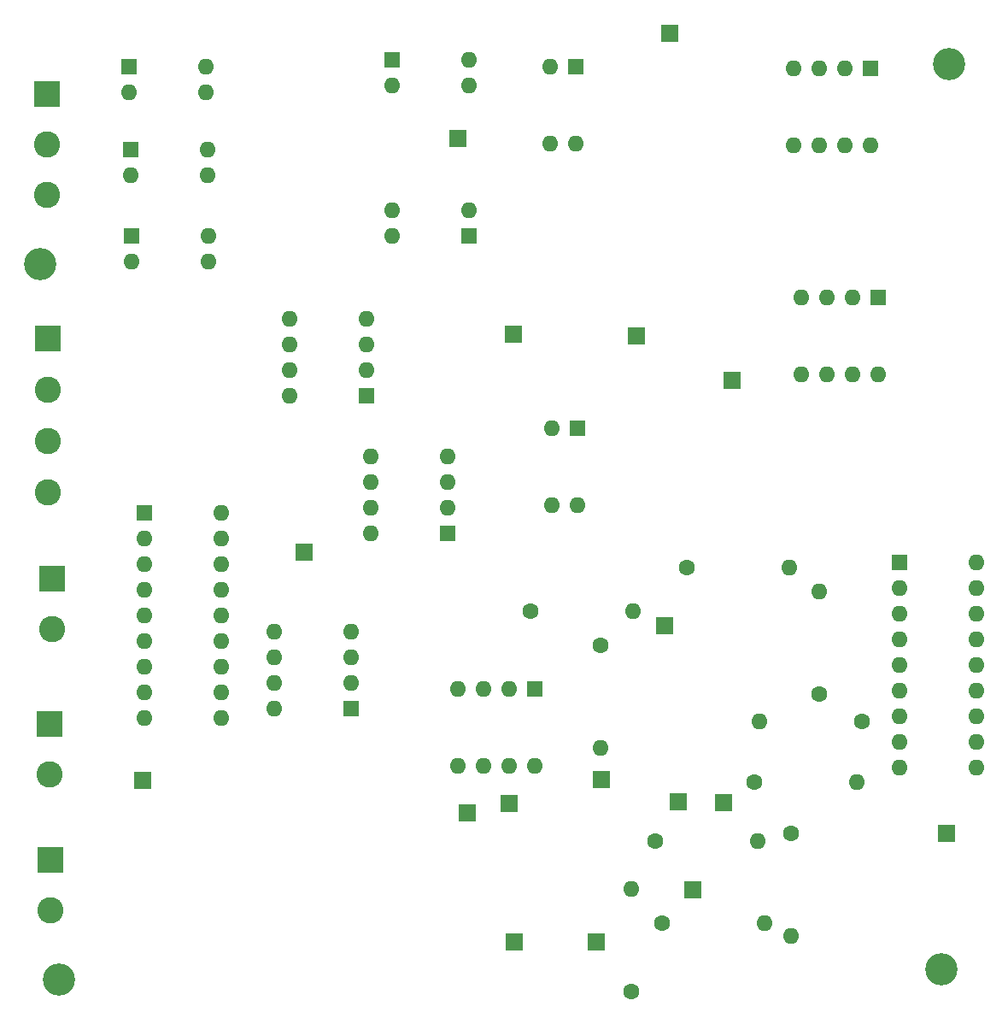
<source format=gbr>
%TF.GenerationSoftware,KiCad,Pcbnew,8.0.2*%
%TF.CreationDate,2025-04-19T11:58:40+02:00*%
%TF.ProjectId,Patje zuig men kloten,5061746a-6520-47a7-9569-67206d656e20,rev?*%
%TF.SameCoordinates,Original*%
%TF.FileFunction,Soldermask,Bot*%
%TF.FilePolarity,Negative*%
%FSLAX46Y46*%
G04 Gerber Fmt 4.6, Leading zero omitted, Abs format (unit mm)*
G04 Created by KiCad (PCBNEW 8.0.2) date 2025-04-19 11:58:40*
%MOMM*%
%LPD*%
G01*
G04 APERTURE LIST*
%ADD10C,1.600000*%
%ADD11O,1.600000X1.600000*%
%ADD12R,1.600000X1.600000*%
%ADD13R,1.700000X1.700000*%
%ADD14C,3.200000*%
%ADD15R,2.600000X2.600000*%
%ADD16C,2.600000*%
G04 APERTURE END LIST*
D10*
%TO.C,R15*%
X169220000Y-118600000D03*
D11*
X179380000Y-118600000D03*
%TD*%
D12*
%TO.C,SW2*%
X180687500Y-47921500D03*
D11*
X178147500Y-47921500D03*
X175607500Y-47921500D03*
X173067500Y-47921500D03*
X173067500Y-55541500D03*
X175607500Y-55541500D03*
X178147500Y-55541500D03*
X180687500Y-55541500D03*
%TD*%
D10*
%TO.C,R9*%
X157000000Y-139380000D03*
D11*
X157000000Y-129220000D03*
%TD*%
D13*
%TO.C,J19*%
X144883500Y-120777000D03*
%TD*%
D10*
%TO.C,R17*%
X175600000Y-109880000D03*
D11*
X175600000Y-99720000D03*
%TD*%
D13*
%TO.C,J18*%
X160330500Y-103124000D03*
%TD*%
%TO.C,J17*%
X154027500Y-118364000D03*
%TD*%
D14*
%TO.C,H3*%
X188444500Y-47498000D03*
%TD*%
D12*
%TO.C,SW6*%
X107418500Y-64516000D03*
D11*
X107418500Y-67056000D03*
X115038500Y-67056000D03*
X115038500Y-64516000D03*
%TD*%
D14*
%TO.C,H1*%
X187682500Y-137160000D03*
%TD*%
D15*
%TO.C,J22*%
X99400000Y-126300000D03*
D16*
X99400000Y-131300000D03*
%TD*%
D13*
%TO.C,J7*%
X145264500Y-74295000D03*
%TD*%
D15*
%TO.C,J1*%
X99112500Y-50499000D03*
D16*
X99112500Y-55499000D03*
X99112500Y-60499000D03*
%TD*%
D13*
%TO.C,J21*%
X188190500Y-123698000D03*
%TD*%
D12*
%TO.C,SW14*%
X108731000Y-91958000D03*
D11*
X108731000Y-94498000D03*
X108731000Y-97038000D03*
X108731000Y-99578000D03*
X108731000Y-102118000D03*
X108731000Y-104658000D03*
X108731000Y-107198000D03*
X108731000Y-109738000D03*
X108731000Y-112278000D03*
X116351000Y-112278000D03*
X116351000Y-109738000D03*
X116351000Y-107198000D03*
X116351000Y-104658000D03*
X116351000Y-102118000D03*
X116351000Y-99578000D03*
X116351000Y-97038000D03*
X116351000Y-94498000D03*
X116351000Y-91958000D03*
%TD*%
D12*
%TO.C,SW1*%
X181449500Y-70654500D03*
D11*
X178909500Y-70654500D03*
X176369500Y-70654500D03*
X173829500Y-70654500D03*
X173829500Y-78274500D03*
X176369500Y-78274500D03*
X178909500Y-78274500D03*
X181449500Y-78274500D03*
%TD*%
D13*
%TO.C,J5*%
X163044500Y-129286000D03*
%TD*%
%TO.C,J16*%
X166092500Y-120650000D03*
%TD*%
D12*
%TO.C,SW15*%
X183580000Y-96901000D03*
D11*
X183580000Y-99441000D03*
X183580000Y-101981000D03*
X183580000Y-104521000D03*
X183580000Y-107061000D03*
X183580000Y-109601000D03*
X183580000Y-112141000D03*
X183580000Y-114681000D03*
X183580000Y-117221000D03*
X191200000Y-117221000D03*
X191200000Y-114681000D03*
X191200000Y-112141000D03*
X191200000Y-109601000D03*
X191200000Y-107061000D03*
X191200000Y-104521000D03*
X191200000Y-101981000D03*
X191200000Y-99441000D03*
X191200000Y-96901000D03*
%TD*%
D12*
%TO.C,SW10*%
X130744000Y-80381000D03*
D11*
X130744000Y-77841000D03*
X130744000Y-75301000D03*
X130744000Y-72761000D03*
X123124000Y-72761000D03*
X123124000Y-75301000D03*
X123124000Y-77841000D03*
X123124000Y-80381000D03*
%TD*%
D12*
%TO.C,SW8*%
X133242000Y-47112000D03*
D11*
X133242000Y-49652000D03*
X140862000Y-49652000D03*
X140862000Y-47112000D03*
%TD*%
D13*
%TO.C,J15*%
X161620500Y-120603000D03*
%TD*%
%TO.C,J11*%
X124563500Y-95885000D03*
%TD*%
D12*
%TO.C,SW7*%
X107334000Y-56002000D03*
D11*
X107334000Y-58542000D03*
X114954000Y-58542000D03*
X114954000Y-56002000D03*
%TD*%
D10*
%TO.C,R16*%
X162500000Y-97400000D03*
D11*
X172660000Y-97400000D03*
%TD*%
D13*
%TO.C,J6*%
X166981500Y-78867000D03*
%TD*%
%TO.C,J12*%
X140692500Y-121666000D03*
%TD*%
D10*
%TO.C,R18*%
X179880000Y-112600000D03*
D11*
X169720000Y-112600000D03*
%TD*%
D12*
%TO.C,SW3*%
X151492500Y-47794500D03*
D11*
X148952500Y-47794500D03*
X148952500Y-55414500D03*
X151492500Y-55414500D03*
%TD*%
D10*
%TO.C,R14*%
X153900000Y-105120000D03*
D11*
X153900000Y-115280000D03*
%TD*%
D10*
%TO.C,R11*%
X159320000Y-124500000D03*
D11*
X169480000Y-124500000D03*
%TD*%
D13*
%TO.C,J13*%
X145391500Y-134493000D03*
%TD*%
D12*
%TO.C,SW12*%
X129220000Y-111369000D03*
D11*
X129220000Y-108829000D03*
X129220000Y-106289000D03*
X129220000Y-103749000D03*
X121600000Y-103749000D03*
X121600000Y-106289000D03*
X121600000Y-108829000D03*
X121600000Y-111369000D03*
%TD*%
D13*
%TO.C,J9*%
X160758500Y-44450000D03*
%TD*%
D10*
%TO.C,R10*%
X160020000Y-132600000D03*
D11*
X170180000Y-132600000D03*
%TD*%
D13*
%TO.C,J14*%
X153519500Y-134493000D03*
%TD*%
D15*
%TO.C,J4*%
X99290500Y-112856000D03*
D16*
X99290500Y-117856000D03*
%TD*%
D14*
%TO.C,H4*%
X100300000Y-138200000D03*
%TD*%
D12*
%TO.C,SW13*%
X147413500Y-109389500D03*
D11*
X144873500Y-109389500D03*
X142333500Y-109389500D03*
X139793500Y-109389500D03*
X139793500Y-117009500D03*
X142333500Y-117009500D03*
X144873500Y-117009500D03*
X147413500Y-117009500D03*
%TD*%
D10*
%TO.C,R13*%
X147020000Y-101700000D03*
D11*
X157180000Y-101700000D03*
%TD*%
D12*
%TO.C,SW11*%
X138745000Y-93970000D03*
D11*
X138745000Y-91430000D03*
X138745000Y-88890000D03*
X138745000Y-86350000D03*
X131125000Y-86350000D03*
X131125000Y-88890000D03*
X131125000Y-91430000D03*
X131125000Y-93970000D03*
%TD*%
D13*
%TO.C,J20*%
X108561500Y-118491000D03*
%TD*%
D12*
%TO.C,SW9*%
X140904000Y-64521000D03*
D11*
X140904000Y-61981000D03*
X133284000Y-61981000D03*
X133284000Y-64521000D03*
%TD*%
D15*
%TO.C,J3*%
X99163500Y-74676000D03*
D16*
X99163500Y-79756000D03*
X99163500Y-84836000D03*
X99163500Y-89916000D03*
%TD*%
D12*
%TO.C,SW5*%
X107207000Y-47747000D03*
D11*
X107207000Y-50287000D03*
X114827000Y-50287000D03*
X114827000Y-47747000D03*
%TD*%
D15*
%TO.C,J2*%
X99620500Y-98465000D03*
D16*
X99620500Y-103465000D03*
%TD*%
D14*
%TO.C,H2*%
X98401500Y-67310000D03*
%TD*%
D13*
%TO.C,J10*%
X139803500Y-54864000D03*
%TD*%
%TO.C,J8*%
X157456500Y-74422000D03*
%TD*%
D10*
%TO.C,R12*%
X172800000Y-123720000D03*
D11*
X172800000Y-133880000D03*
%TD*%
D12*
%TO.C,SW4*%
X151619500Y-83608500D03*
D11*
X149079500Y-83608500D03*
X149079500Y-91228500D03*
X151619500Y-91228500D03*
%TD*%
M02*

</source>
